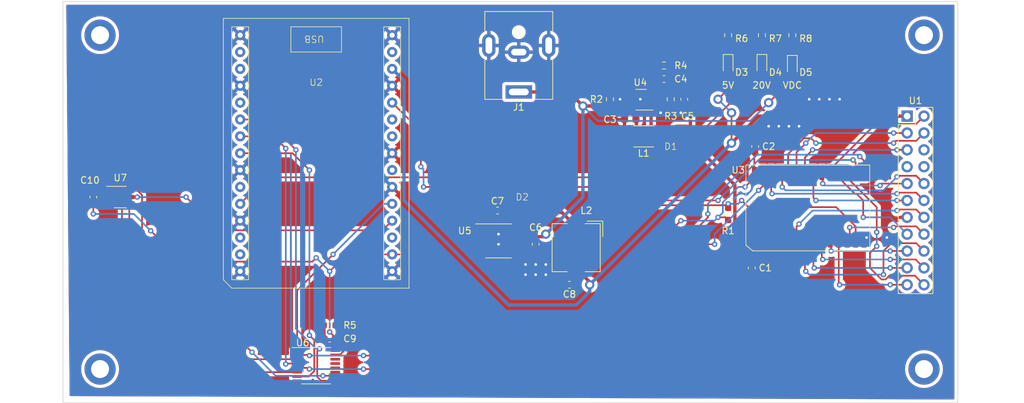
<source format=kicad_pcb>
(kicad_pcb (version 20221018) (generator pcbnew)

  (general
    (thickness 1.6)
  )

  (paper "A4")
  (layers
    (0 "F.Cu" signal)
    (31 "B.Cu" signal)
    (32 "B.Adhes" user "B.Adhesive")
    (33 "F.Adhes" user "F.Adhesive")
    (34 "B.Paste" user)
    (35 "F.Paste" user)
    (36 "B.SilkS" user "B.Silkscreen")
    (37 "F.SilkS" user "F.Silkscreen")
    (38 "B.Mask" user)
    (39 "F.Mask" user)
    (40 "Dwgs.User" user "User.Drawings")
    (41 "Cmts.User" user "User.Comments")
    (42 "Eco1.User" user "User.Eco1")
    (43 "Eco2.User" user "User.Eco2")
    (44 "Edge.Cuts" user)
    (45 "Margin" user)
    (46 "B.CrtYd" user "B.Courtyard")
    (47 "F.CrtYd" user "F.Courtyard")
    (48 "B.Fab" user)
    (49 "F.Fab" user)
    (50 "User.1" user)
    (51 "User.2" user)
    (52 "User.3" user)
    (53 "User.4" user)
    (54 "User.5" user)
    (55 "User.6" user)
    (56 "User.7" user)
    (57 "User.8" user)
    (58 "User.9" user)
  )

  (setup
    (pad_to_mask_clearance 0)
    (pcbplotparams
      (layerselection 0x00010fc_ffffffff)
      (plot_on_all_layers_selection 0x0000000_00000000)
      (disableapertmacros false)
      (usegerberextensions false)
      (usegerberattributes true)
      (usegerberadvancedattributes true)
      (creategerberjobfile true)
      (dashed_line_dash_ratio 12.000000)
      (dashed_line_gap_ratio 3.000000)
      (svgprecision 4)
      (plotframeref false)
      (viasonmask false)
      (mode 1)
      (useauxorigin false)
      (hpglpennumber 1)
      (hpglpenspeed 20)
      (hpglpendiameter 15.000000)
      (dxfpolygonmode true)
      (dxfimperialunits true)
      (dxfusepcbnewfont true)
      (psnegative false)
      (psa4output false)
      (plotreference true)
      (plotvalue true)
      (plotinvisibletext false)
      (sketchpadsonfab false)
      (subtractmaskfromsilk false)
      (outputformat 1)
      (mirror false)
      (drillshape 1)
      (scaleselection 1)
      (outputdirectory "")
    )
  )

  (net 0 "")
  (net 1 "+24V")
  (net 2 "GND")
  (net 3 "+3V3")
  (net 4 "VDC")
  (net 5 "Net-(U4-FB)")
  (net 6 "Net-(U5-CB)")
  (net 7 "Net-(D2-K)")
  (net 8 "+5V")
  (net 9 "Net-(D1-A)")
  (net 10 "/BLANK")
  (net 11 "Net-(U4-EN)")
  (net 12 "Net-(U6-EN)")
  (net 13 "/DOT")
  (net 14 "/D")
  (net 15 "/C")
  (net 16 "/E")
  (net 17 "unconnected-(U1-NC-Pad6)")
  (net 18 "unconnected-(U1-NC-Pad7)")
  (net 19 "unconnected-(U1-NC-Pad8)")
  (net 20 "/G")
  (net 21 "/B")
  (net 22 "/F")
  (net 23 "/A")
  (net 24 "/GRID8")
  (net 25 "/GRID0")
  (net 26 "/GRID2")
  (net 27 "/GRID4")
  (net 28 "/GRID7")
  (net 29 "/GRID6")
  (net 30 "/GRID5")
  (net 31 "/GRID3")
  (net 32 "/GRID1")
  (net 33 "unconnected-(U2-RST-Pad4)")
  (net 34 "unconnected-(U2-GPIO4,ADC1_CH4,FSPIHD,MTMS-Pad6)")
  (net 35 "/SPI_MISO")
  (net 36 "/SPI_SCLK")
  (net 37 "/SPI_MOSI")
  (net 38 "unconnected-(U2-GPIO8,RGB-Pad11)")
  (net 39 "/LATCH")
  (net 40 "unconnected-(U2-GPIO0,ADC1_CH0,XTAL_32K_P-Pad17)")
  (net 41 "unconnected-(U2-GPIO1,ADC1_CH1,XTAL_32K_N-Pad18)")
  (net 42 "/TMP_CS")
  (net 43 "Net-(U2-GPIO3,ADC1_CH3)")
  (net 44 "unconnected-(U2-GPIO20,U0RXD,RX-Pad24)")
  (net 45 "unconnected-(U2-GPIO21,U0TXD,TX-Pad25)")
  (net 46 "unconnected-(U2-GPIO18-Pad27)")
  (net 47 "unconnected-(U2-GPIO19-Pad28)")
  (net 48 "unconnected-(U3-DOUT-Pad2)")
  (net 49 "unconnected-(U3-OUT19-Pad3)")
  (net 50 "unconnected-(U3-OUT18-Pad4)")
  (net 51 "unconnected-(U3-OUT17-Pad5)")
  (net 52 "/SPI_A_SCLK")
  (net 53 "/SPI_A_MOSI")
  (net 54 "unconnected-(U5-SS-Pad2)")
  (net 55 "unconnected-(U5-SYNC-Pad3)")
  (net 56 "unconnected-(U5-ON{slash}~{OFF}-Pad5)")
  (net 57 "/SPI_B_SCLK")
  (net 58 "/SPI_B_MOSI")
  (net 59 "/SPI_B_MISO")
  (net 60 "unconnected-(U6-S3A-Pad11)")
  (net 61 "unconnected-(U6-D4-Pad12)")
  (net 62 "unconnected-(U6-S4B-Pad13)")
  (net 63 "unconnected-(U6-S4A-Pad14)")
  (net 64 "Net-(D3-K)")
  (net 65 "Net-(D4-K)")
  (net 66 "Net-(D5-K)")

  (footprint "Resistor_SMD:R_0603_1608Metric_Pad0.98x0.95mm_HandSolder" (layer "F.Cu") (at 106.68 49.784 90))

  (footprint "Capacitor_SMD:C_0603_1608Metric_Pad1.08x0.95mm_HandSolder" (layer "F.Cu") (at 19.812 64.516 -90))

  (footprint "Package_SO:SOIC-8_3.9x4.9mm_P1.27mm" (layer "F.Cu") (at 80.772 71.12))

  (footprint "Capacitor_SMD:C_0603_1608Metric_Pad1.08x0.95mm_HandSolder" (layer "F.Cu") (at 80.6185 66.548))

  (footprint "Capacitor_SMD:C_0603_1608Metric_Pad1.08x0.95mm_HandSolder" (layer "F.Cu") (at 105.664 46.736))

  (footprint "Capacitor_SMD:C_0603_1608Metric_Pad1.08x0.95mm_HandSolder" (layer "F.Cu") (at 86.36 71.628 -90))

  (footprint "Capacitor_SMD:C_0603_1608Metric_Pad1.08x0.95mm_HandSolder" (layer "F.Cu") (at 118.872 75.184 -90))

  (footprint "MountingHole:MountingHole_2.7mm_M2.5_DIN965_Pad" (layer "F.Cu") (at 144.78 90.424))

  (footprint "Capacitor_SMD:C_0603_1608Metric_Pad1.08x0.95mm_HandSolder" (layer "F.Cu") (at 91.44 77.724 180))

  (footprint "esp-clock:esp32c3_devkit_minim1" (layer "F.Cu") (at 53.34 57.912 90))

  (footprint "Resistor_SMD:R_0603_1608Metric_Pad0.98x0.95mm_HandSolder" (layer "F.Cu") (at 120.396 40.132 -90))

  (footprint "Package_TO_SOT_SMD:SOT-23-6_Handsoldering" (layer "F.Cu") (at 23.876 64.516))

  (footprint "Inductor_SMD:L_Taiyo-Yuden_MD-3030" (layer "F.Cu") (at 102.616 55.372))

  (footprint "Package_TO_SOT_SMD:SOT-23-5" (layer "F.Cu") (at 102.2295 49.85 180))

  (footprint "Capacitor_SMD:C_0603_1608Metric_Pad1.08x0.95mm_HandSolder" (layer "F.Cu") (at 55.372 85.852 180))

  (footprint "Resistor_SMD:R_0603_1608Metric_Pad0.98x0.95mm_HandSolder" (layer "F.Cu") (at 115.316 67.056 -90))

  (footprint "Capacitor_SMD:C_0603_1608Metric_Pad1.08x0.95mm_HandSolder" (layer "F.Cu") (at 119.38 56.896 90))

  (footprint "LED_SMD:LED_0603_1608Metric_Pad1.05x0.95mm_HandSolder" (layer "F.Cu") (at 124.968 44.845 -90))

  (footprint "Capacitor_SMD:C_0603_1608Metric_Pad1.08x0.95mm_HandSolder" (layer "F.Cu") (at 100.584 52.832 180))

  (footprint "Connector_PinHeader_2.54mm:PinHeader_2x11_P2.54mm_Vertical" (layer "F.Cu") (at 142.24 52.324))

  (footprint "Resistor_SMD:R_0603_1608Metric_Pad0.98x0.95mm_HandSolder" (layer "F.Cu") (at 124.968 40.132 -90))

  (footprint "esp-clock:D_DO216AA" (layer "F.Cu") (at 86.36 64.2925 90))

  (footprint "Resistor_SMD:R_0603_1608Metric_Pad0.98x0.95mm_HandSolder" (layer "F.Cu") (at 97.536 49.784 90))

  (footprint "LED_SMD:LED_0603_1608Metric_Pad1.05x0.95mm_HandSolder" (layer "F.Cu") (at 120.396 44.704 -90))

  (footprint "LED_SMD:LED_0603_1608Metric_Pad1.05x0.95mm_HandSolder" (layer "F.Cu") (at 115.316 44.704 -90))

  (footprint "esp-clock:WSO-28" (layer "F.Cu") (at 127.508 66.04))

  (footprint "Inductor_SMD:L_TDK_SLF7045" (layer "F.Cu") (at 92.456 72.136 -90))

  (footprint "Resistor_SMD:R_0603_1608Metric_Pad0.98x0.95mm_HandSolder" (layer "F.Cu") (at 105.664 44.704 180))

  (footprint "Capacitor_SMD:C_0603_1608Metric_Pad1.08x0.95mm_HandSolder" (layer "F.Cu") (at 108.712 49.784 90))

  (footprint "MountingHole:MountingHole_2.7mm_M2.5_DIN965_Pad" (layer "F.Cu") (at 20.828 90.424))

  (footprint "esp-clock:D_DO216AA" (layer "F.Cu") (at 105.9485 54.864 180))

  (footprint "MountingHole:MountingHole_2.7mm_M2.5_DIN965_Pad" (layer "F.Cu") (at 144.78 40.132))

  (footprint "Connector_BarrelJack:BarrelJack_CUI_PJ-063AH_Horizontal" (layer "F.Cu") (at 83.82 48.68 180))

  (footprint "MountingHole:MountingHole_2.7mm_M2.5_DIN965_Pad" (layer "F.Cu") (at 20.828 40.132))

  (footprint "Package_SO:TSSOP-16_4.4x5mm_P0.65mm" (layer "F.Cu") (at 53.34 89.916))

  (footprint "Resistor_SMD:R_0603_1608Metric_Pad0.98x0.95mm_HandSolder" (layer "F.Cu") (at 115.316 40.132 -90))

  (footprint "Resistor_SMD:R_0603_1608Metric_Pad0.98x0.95mm_HandSolder" (layer "F.Cu") (at 55.372 83.82 180))

  (gr_rect (start 15.24 35.052) (end 149.86 95.504)
    (stroke (width 0.1) (type default)) (fill none) (layer "Edge.Cuts") (tstamp 61fe6ac8-2578-4a6a-a37c-f1c2c899773a))
  (gr_text "5V" (at 114.3 48.26) (layer "F.SilkS") (tstamp 1d916d4b-17a3-4e79-87e6-f8c59b55a126)
    (effects (font (size 1 1) (thickness 0.15)) (justify left bottom))
  )
  (gr_text "VDC" (at 123.444 48.26) (layer "F.SilkS") (tstamp 305fca97-54bf-4e4e-8135-8b30ea50425d)
    (effects (font (size 1 1) (thickness 0.15)) (justify left bottom))
  )
  (gr_text "20V" (at 118.872 48.26) (layer "F.SilkS") (tstamp 5fcec353-3954-49ef-b82d-dc595060757c)
    (effects (font (size 1 1) (thickness 0.15)) (justify left bottom))
  )

  (segment (start 108.712 48.9215) (end 106.73 48.9215) (width 0.5) (layer "F.Cu") (net 1) (tstamp 08cd0294-855e-4dc0-b2b7-3a62eb214276))
  (segment (start 108.712 48.9215) (end 109.637 49.8465) (width 0.5) (layer "F.Cu") (net 1) (tstamp 0aec06c9-7969-4fd6-a78c-ec78750bf606))
  (segment (start 116.332 73.152) (end 117.5015 74.3215) (width 0.5) (layer "F.Cu") (net 1) (tstamp 0ce19c35-1e6c-43d6-8f33-bb400d27cb33))
  (segment (start 118.872 74.3215) (end 118.872 71.501) (width 0.5) (layer "F.Cu") (net 1) (tstamp 16355e81-0d1d-4d06-aea5-e9f4a8dd86d1))
  (segment (start 109.637 49.8465) (end 109.637 53.7155) (width 0.5) (layer "F.Cu") (net 1) (tstamp 2db96dc3-42a5-43d4-b4d3-c3c6a286d532))
  (segment (start 117.5015 74.3215) (end 118.872 74.3215) (width 0.5) (layer "F.Cu") (net 1) (tstamp 4d57dc34-4fb8-4d1a-9745-7af5d02cd95d))
  (segment (start 108.3035 54.864) (end 111.111 54.864) (width 0.25) (layer "F.Cu") (net 1) (tstamp 56688d8a-fd69-4aac-bace-962898ce42e5))
  (segment (start 109.637 53.7155) (end 108.4885 54.864) (width 0.5) (layer "F.Cu") (net 1) (tstamp 791ea23a-6a4c-4aa6-8b3a-415b5d975274))
  (segment (start 106.68 48.8715) (end 106.68 46.8895) (width 0.5) (layer "F.Cu") (net 1) (tstamp 80e6c99e-27bc-47da-bf62-9e6f33e294c1))
  (segment (start 118.872 71.501) (end 119.253 71.12) (width 0.5) (layer "F.Cu") (net 1) (tstamp 9e79c359-a5d8-490f-8334-fdee3a57cc3d))
  (segment (start 111.111 54.864) (end 120.396 45.579) (width 0.25) (layer "F.Cu") (net 1) (tstamp a6a771b4-348b-47cf-b8ec-bf433b445165))
  (segment (start 116.332 62.7075) (end 116.332 73.152) (width 0.5) (layer "F.Cu") (net 1) (tstamp bb7e7a3d-dde5-455c-889e-4a572e5dd010))
  (segment (start 106.68 46.8895) (end 106.5265 46.736) (width 0.5) (layer "F.Cu") (net 1) (tstamp eb9239ff-5992-4932-8cbc-4f607d9a3a78))
  (segment (start 106.73 48.9215) (end 106.68 48.8715) (width 0.5) (layer "F.Cu") (net 1) (tstamp f20a0b7a-889f-44b3-b12d-b3eac0fc5df3))
  (segment (start 108.4885 54.864) (end 116.332 62.7075) (width 0.5) (layer "F.Cu") (net 1) (tstamp fee549a5-1219-4a8b-a762-8509b3c7b485))
  (segment (start 108.204 51.816) (end 108.712 51.308) (width 0.5) (layer "F.Cu") (net 2) (tstamp 2f6ad461-f2ad-4df1-bc0a-bb1078fb9c24))
  (segment (start 108.712 51.308) (end 108.712 50.6465) (width 0.5) (layer "F.Cu") (net 2) (tstamp a7871518-2d89-4488-84f0-07bf23d01b8b))
  (segment (start 54.5095 85.852) (end 54.5095 83.87) (width 0.5) (layer "F.Cu") (net 2) (tstamp b7d89fa5-dacf-43c4-a267-002220b68b3f))
  (segment (start 54.5095 83.87) (end 54.4595 83.82) (width 0.5) (layer "F.Cu") (net 2) (tstamp c29b56dc-57c8-409e-8c83-0adbc2b570f9))
  (via (at 136.144 70.612) (size 0.8) (drill 0.4) (layers "F.Cu" "B.Cu") (free) (net 2) (tstamp 01e89786-26ac-4709-af3c-3c33b1575b4f))
  (via (at 125.984 53.848) (size 0.8) (drill 0.4) (layers "F.Cu" "B.Cu") (free) (net 2) (tstamp 19f12309-78b9-4b5b-8b0e-bc97d008fc2c))
  (via (at 129.032 49.784) (size 0.8) (drill 0.4) (layers "F.Cu" "B.Cu") (free) (net 2) (tstamp 2a56e347-54dd-486c-95ab-ee4b69875260))
  (via (at 105.156 51.816) (size 0.8) (drill 0.4) (layers "F.Cu" "B.Cu") (free) (net 2) (tstamp 3a6c8ada-d8f7-4c54-84df-80e832f165a4))
  (via (at 122.936 53.848) (size 0.8) (drill 0.4) (layers "F.Cu" "B.Cu") (free) (net 2) (tstamp 3b84baeb-4939-402a-ac06-872ab47d9ec4))
  (via (at 84.836 76.2) (size 0.8) (drill 0.4) (layers "F.Cu" "B.Cu") (free) (net 2) (tstamp 48bfbfd4-f76f-42bb-ad4a-f6ea70726a76))
  (via (at 139.192 70.612) (size 0.8) (drill 0.4) (layers "F.Cu" "B.Cu") (free) (net 2) (tstamp 4ecaf62c-2722-4a3a-ae2f-325055aa7788))
  (via (at 87.884 74.676) (size 0.8) (drill 0.4) (layers "F.Cu" "B.Cu") (free) (net 2) (tstamp 6c648a35-0ac8-491c-b5fa-4944face1fe8))
  (via (at 99.06 49.784) (size 0.8) (drill 0.4) (layers "F.Cu" "B.Cu") (free) (net 2) (tstamp 6faee457-5dc2-424f-a40b-4dfdea54648e))
  (via (at 132.08 49.784) (size 0.8) (drill 0.4) (layers "F.Cu" "B.Cu") (free) (net 2) (tstamp 76ce8437-28ec-4d0f-8e91-2c3ce84154b0))
  (via (at 121.412 53.848) (size 0.8) (drill 0.4) (layers "F.Cu" "B.Cu") (free) (net 2) (tstamp 7d5789a8-7e44-47bd-b425-b4ce542de80a))
  (via (at 130.556 49.784) (size 0.8) (drill 0.4) (layers "F.Cu" "B.Cu") (free) (net 2) (tstamp 80e67168-56e7-4a9f-990e-c2f38c45fa5e))
  (via (at 86.36 74.676) (size 0.8) (drill 0.4) (layers "F.Cu" "B.Cu") (free) (net 2) (tstamp 951e428f-e8ce-4dae-a646-4740e359f0e8))
  (via (at 102.108 49.784) (size 0.8) (drill 0.4) (layers "F.Cu" "B.Cu") (free) (net 2) (tstamp 96bdcade-d79e-4bf3-946f-21f5d2da310f))
  (via (at 127.508 49.784) (size 0.8) (drill 0.4) (layers "F.Cu" "B.Cu") (free) (net 2) (tstamp 97628f1f-039a-4de0-8cde-e6a1175b5478))
  (via (at 86.36 76.2) (size 0.8) (drill 0.4) (layers "F.Cu" "B.Cu") (free) (net 2) (tstamp af198a08-e6f8-47ca-9fd0-c11439f9b6ae))
  (via (at 80.772 71.628) (size 0.8) (drill 0.4) (layers "F.Cu" "B.Cu") (free) (net 2) (tstamp b1296a87-cd64-4b79-81b5-4b8e723ea904))
  (via (at 124.46 53.848) (size 0.8) (drill 0.4) (layers "F.Cu" "B.Cu") (free) (net 2) (tstamp b9537aa7-669c-45e2-97a4-737bad3a192c))
  (via (at 84.836 74.676) (size 0.8) (drill 0.4) (layers "F.Cu" "B.Cu") (free) (net 2) (tstamp bf7ec9d4-9848-441b-9282-74ea2c766541))
  (via (at 108.204 51.816) (size 0.8) (drill 0.4) (layers "F.Cu" "B.Cu") (net 2) (tstamp cd130ad8-8fe4-4f86-ada1-8592338f8c01))
  (via (at 80.772 70.104) (size 0.8) (drill 0.4) (layers "F.Cu" "B.Cu") (free) (net 2) (tstamp df065c87-44d2-40ca-872c-dd1d486d8fd4))
  (via (at 87.884 76.2) (size 0.8) (drill 0.4) (layers "F.Cu" "B.Cu") (free) (net 2) (tstamp f4b213f4-9dd0-4bdf-aa71-30c50529afaa))
  (segment (start 56.2345 87.609) (end 56.2025 87.641) (width 0.25) (layer "F.Cu") (net 3) (tstamp 1cf32c1f-a0b6-4be2-a1d6-6d5826cf8720))
  (segment (start 113.792 67.564) (end 114.9115 67.564) (width 0.25) (layer "F.Cu") (net 3) (tstamp 38c61085-fe65-4048-a59c-bbac454c3c60))
  (segment (start 119.253 57.8855) (end 119.253 60.96) (width 0.25) (layer "F.Cu") (net 3) (tstamp 3a9a4e42-c3b3-40af-a502-1822752652f5))
  (segment (start 64.77 73.152) (end 72.644 73.152) (width 0.25) (layer "F.Cu") (net 3) (tstamp 3f52bf6a-6af9-469c-b74e-711e51f89893))
  (segment (start 119.253 60.96) (end 119.253 61.595) (width 0.25) (layer "F.Cu") (net 3) (tstamp 4324012a-0ac1-42dd-a7b6-0dc613d09329))
  (segment (start 56.2345 85.852) (end 56.2345 85.6985) (width 0.25) (layer "F.Cu") (net 3) (tstamp 4dc48d48-7e35-4ba0-9842-646df072fc57))
  (segment (start 55.372 75.692) (end 57.912 73.152) (width 0.25) (layer "F.Cu") (net 3) (tstamp 553d6904-dde0-464b-9ded-f554a8a5382e))
  (segment (start 57.912 73.152) (end 64.77 73.152) (width 0.25) (layer "F.Cu") (net 3) (tstamp 5e317b41-9550-4028-be9a-5b0579cbcf74))
  (segment (start 19.812 65.3785) (end 19.8995 65.466) (width 0.25) (layer "F.Cu") (net 3) (tstamp 6113ab0a-a699-4867-8e29-6cad64ea8255))
  (segment (start 119.253 61.595) (end 117.856 62.992) (width 0.25) (layer "F.Cu") (net 3) (tstamp 6501e76a-88cd-4923-bf0e-09fad6eecf09))
  (segment (start 56.2345 85.852) (end 56.2345 87.609) (width 0.25) (layer "F.Cu") (net 3) (tstamp 7e93ae2c-80b7-4d2f-a7b1-420e5d41699f))
  (segment (start 81.788 82.296) (end 93.98 82.296) (width 0.25) (layer "F.Cu") (net 3) (tstamp 7f8ca806-2407-4281-8143-05990a65d867))
  (segment (start 114.9115 67.564) (end 115.316 67.9685) (width 0.25) (layer "F.Cu") (net 3) (tstamp 99aa517e-51bc-43a2-9077-117abb36dc29))
  (segment (start 53.34 73.66) (end 52.761 74.239) (width 0.25) (layer "F.Cu") (net 3) (tstamp 9f9d5e18-5209-4271-8651-82782679ea7b))
  (segment (start 93.98 82.296) (end 108.204 68.072) (width 0.25) (layer "F.Cu") (net 3) (tstamp b03d59df-ebc7-4e00-bb8a-b018d7fc2aa7))
  (segment (start 33.091 74.239) (end 28.448 69.596) (width 0.25) (layer "F.Cu") (net 3) (tstamp b591cf44-ac7f-46d3-87c6-22ca50010e26))
  (segment (start 56.2345 85.6985) (end 55.372 84.836) (width 0.25) (layer "F.Cu") (net 3) (tstamp b6d03706-7dbe-4fe2-b326-0da86be405f8))
  (segment (start 119.38 57.7585) (end 119.253 57.8855) (width 0.25) (layer "F.Cu") (net 3) (tstamp c039d406-2e67-40d2-aa02-8585516a4122))
  (segment (start 19.8995 65.466) (end 22.526 65.466) (width 0.25) (layer "F.Cu") (net 3) (tstamp cad70fb2-1c7c-463d-8bff-94fd8d1dc80a))
  (segment (start 19.812 67.056) (end 19.812 65.3785) (width 0.25) (layer "F.Cu") (net 3) (tstamp d6d7bb09-43a3-4759-8824-f84d54edaff6))
  (segment (start 72.644 73.152) (end 81.788 82.296) (width 0.25) (layer "F.Cu") (net 3) (tstamp dacd1b94-3b8f-49c2-80ba-246cc387b640))
  (segment (start 52.761 74.239) (end 33.091 74.239) (width 0.25) (layer "F.Cu") (net 3) (tstamp ea2924ff-2604-4126-a28d-65b1e02ee519))
  (via (at 19.812 67.056) (size 0.8) (drill 0.4) (layers "F.Cu" "B.Cu") (net 3) (tstamp 3bce4c4a-193b-4ee0-b5e9-fccf3bc1080f))
  (via (at 55.372 84.836) (size 0.8) (drill 0.4) (layers "F.Cu" "B.Cu") (net 3) (tstamp 74d5858e-50d9-4b55-93cc-47ef24bd839d))
  (via (at 55.372 75.692) (size 0.8) (drill 0.4) (layers "F.Cu" "B.Cu") (net 3) (tstamp 76c6748b-3b93-4298-8f36-41d480c15bfe))
  (via (at 53.34 73.66) (size 0.8) (drill 0.4) (layers "F.Cu" "B.Cu") (net 3) (tstamp b64a187b-0b17-4693-b58e-7f791ae69416))
  (via (at 113.792 67.564) (size 0.8) (drill 0.4) (layers "F.Cu" "B.Cu") (net 3) (tstamp b9f9fe03-cf8f-426c-ba1d-6d9dea3fe433))
  (via (at 117.856 62.992) (size 0.8) (drill 0.4) (layers "F.Cu" "B.Cu") (net 3) (tstamp bb125702-96e7-4828-8294-3a9d1e32f599))
  (via (at 28.448 69.596) (size 0.8) (drill 0.4) (layers "F.Cu" "B.Cu") (net 3) (tstamp dd5a0366-8674-4280-a02f-e63f413dac22))
  (via (at 108.204 68.072) (size 0.8) (drill 0.4) (layers "F.Cu" "B.Cu") (net 3) (tstamp f1fbbcdc-9feb-4ced-86b9-0e819bddc5d1))
  (segment (start 113.284 68.072) (end 113.792 67.564) (width 0.25) (layer "B.Cu") (net 3) (tstamp 158cf1c6-2785-4ec9-ab9d-1a5624e62d48))
  (segment (start 114.517 66.839) (end 113.792 67.564) (width 0.25) (layer "B.Cu") (net 3) (tstamp 2354630e-065d-4168-b931-369150434b73))
  (segment (start 114.517 65.305695) (end 114.517 66.839) (width 0.25) (layer "B.Cu") (net 3) (tstamp 3426158d-3bb0-4c8a-8d94-e5471af20fa8))
  (segment (start 117.856 62.992) (end 116.830695 62.992) (width 0.25) (layer "B.Cu") (net 3) (tstamp 3be5f0ab-d478-4830-813c-a3907db86c03))
  (segment (start 108.204 68.072) (end 113.284 68.072) (width 0.25) (layer "B.Cu") (net 3) (tstamp 6a8bcf7d-a491-4088-846f-59898341e92f))
  (segment (start 116.830695 62.992) (end 114.517 65.305695) (width 0.25) (layer "B.Cu") (net 3) (tstamp 76062577-2283-46e1-9db1-92aa3de128d3))
  (segment (start 25.908 67.056) (end 19.812 67.056) (width 0.25) (layer "B.Cu") (net 3) (tstamp b447a80e-6ff5-4361-aa97-5fdc5fa3487c))
  (segment (start 28.448 69.596) (end 25.908 67.056) (width 0.25) (layer "B.Cu") (net 3) (tstamp dd0bc76e-896a-48ed-8fa5-733f971307b7))
  (segment (start 55.372 75.692) (end 53.34 73.66) (width 0.25) (layer "B.Cu") (net 3) (tstamp e0836387-5aec-4cb6-bb30-22179930b198))
  (segment (start 55.372 84.836) (end 55.372 75.692) (width 0.25) (layer "B.Cu") (net 3) (tstamp f96364e6-5b83-4cc2-8ed2-d1398feac90f))
  (segment (start 93.472 50.8) (end 101.092 50.8) (width 0.5) (layer "F.Cu") (net 4) (tstamp 01fab1af-769a-4470-97ed-fa74888d3c26))
  (segment (start 83.247 70.485) (end 87.503 70.485) (width 0.5) (layer "F.Cu") (net 4) (tstamp 1117c4ab-2981-47db-804a-b5f79f2114b5))
  (segment (start 87.503 70.485) (end 87.884 70.104) (width 0.5) (layer "F.Cu") (net 4) (tstamp 31df85e6-fdc8-4780-8cea-f6dcea34f83b))
  (segment (start 124.968 46.736) (end 124.968 45.72) (width 0.25) (layer "F.Cu") (net 4) (tstamp 3a166cfe-4cd5-41bf-a241-e8b0035c22d1))
  (segment (start 91.352 48.68) (end 93.472 50.8) (width 0.5) (layer "F.Cu") (net 4) (tstamp 66e37d97-9c19-41bf-9d52-eb52a1606dfc))
  (segment (start 101.516 51.224) (end 101.516 51.816) (width 0.5) (layer "F.Cu") (net 4) (tstamp 704c3a92-5bc2-4a7f-83de-3f15a3320b72))
  (segment (start 121.412 50.292) (end 124.968 46.736) (width 0.25) (layer "F.Cu") (net 4) (tstamp 71df9208-0294-4c7c-8f01-e82d943ba7f8))
  (segment (start 101.092 50.8) (end 101.516 51.224) (width 0.5) (layer "F.Cu") (net 4) (tstamp 7a68183d-2db3-434c-9d86-79d411552684))
  (segment (start 101.516 54.864) (end 101.516 51.816) (width 0.25) (layer "F.Cu") (net 4) (tstamp 7b323cf6-70ec-4cfe-aed9-3e7df744ddd8))
  (segment (start 101.092 50.8) (end 97.6395 50.8) (width 0.25) (layer "F.Cu") (net 4) (tstamp c5d78676-225f-40b8-a946-343b7042c7b1))
  (segment (start 97.6395 50.8) (end 97.536 50.6965) (width 0.25) (layer "F.Cu") (net 4) (tstamp c885b8fd-2f62-40fd-894f-4eab1ce56ef8))
  (segment (start 83.82 48.68) (end 91.352 48.68) (width 0.5) (layer "F.Cu") (net 4) (tstamp cfa59a98-ed62-4006-9cba-f64c830e5339))
  (segment (start 101.516 51.816) (end 101.516 55.372) (width 0.5) (layer "F.Cu") (net 4) (tstamp d27edfb3-0239-4595-874a-6915b27c9204))
  (via (at 121.412 50.292) (size 1.4) (drill 0.8) (layers "F.Cu" "B.Cu") (net 4) (tstamp d2af1a6d-6d0a-4a52-aec5-c46368770d60))
  (via (at 93.472 50.8) (size 1.4) (drill 0.8) (layers "F.Cu" "B.Cu") (net 4) (tstamp f207d508-e553-4723-8ae3-e1fd8c2843b1))
  (via (at 87.884 70.104) (size 1.4) (drill 0.8) (layers "F.Cu" "B.Cu") (net 4) (tstamp fc9753c9-4eb9-4985-b6de-95e752939fee))
  (segment (start 87.884 70.104) (end 93.472 64.516) (width 0.5) (layer "B.Cu") (net 4) (tstamp 29e55ebe-3ce8-445c-9d66-57c322e6603b))
  (segment (start 93.472 64.516) (end 93.472 50.8) (width 0.5) (layer "B.Cu") (net 4) (tstamp 309cc248-a252-435b-b4f2-d0a1fd37b5de))
  (segment (start 95.721 53.049) (end 93.472 50.8) (width 0.25) (layer "B.Cu") (net 4) (tstamp 76e9e5c4-282c-4e53-a3de-bcf89ba21e99))
  (segment (start 121.412 50.292) (end 118.655 53.049) (width 0.25) (layer "B.Cu") (net 4) (tstamp c3ea2dc7-da52-4b17-91a5-2dfdd56ee689))
  (segment (start 118.655 53.049) (end 95.721 53.049) (width 0.25) (layer "B.Cu") (net 4) (tstamp d041b8e7-701d-42fb-bd0d-31337df784cc))
  (segment (start 104.8015 46.736) (end 104.8015 44.754) (width 0.25) (layer "F.Cu") (net 5) (tstamp 5e0b442f-0dc1-4743-bf66-dd3907be85ca))
  (segment (start 104.8015 44.754) (end 104.7515 44.704) (width 0.25) (layer "F.Cu") (net 5) (tstamp 657f8820-6173-46fd-8976-8e7eb2dde0d9))
  (segment (start 103.367 48.9) (end 103.367 48.1705) (width 0.25) (layer "F.Cu") (net 5) (tstamp 8f51a2c2-1f2d-447e-8757-0d904a4151cd))
  (segment (start 104.8835 48.9) (end 106.68 50.6965) (width 0.25) (layer "F.Cu") (net 5) (tstamp 9a5160ab-7c5a-448e-98b7-419a73d0dd53))
  (segment (start 103.367 48.1705) (end 104.8015 46.736) (width 0.25) (layer "F.Cu") (net 5) (tstamp f99ad937-e4ee-485a-8937-a87b9fa1d89e))
  (segment (start 103.367 48.9) (end 104.8835 48.9) (width 0.25) (layer "F.Cu") (net 5) (tstamp fe818905-e8ca-4325-9283-cce69ea96016))
  (segment (start 79.756 66.548) (end 78.297 68.007) (width 0.5) (layer "F.Cu") (net 6) (tstamp b72b81b6-f0ec-4a95-88b7-a6a3c8fbf51e))
  (segment (start 78.297 69.215) (end 78.297 68.007) (width 0.5) (layer "F.Cu") (net 6) (tstamp bb451933-f24d-44ce-bdec-cfcb31d30554))
  (segment (start 90.3025 66.8325) (end 86.36 66.8325) (width 0.5) (layer "F.Cu") (net 7) (tstamp 52f3c2ab-47a1-47c5-97cf-58f5590fd16c))
  (segment (start 83.247 68.314) (end 81.481 66.548) (width 0.5) (layer "F.Cu") (net 7) (tstamp 8b463de6-e2bb-4cdb-bc67-4f4d67a1c8f4))
  (segment (start 92.456 68.986) (end 90.3025 66.8325) (width 0.5) (layer "F.Cu") (net 7) (tstamp aeffe437-7583-4719-9c14-1d2ce5320d51))
  (segment (start 86.36 66.8325) (end 85.6295 66.8325) (width 0.5) (layer "F.Cu") (net 7) (tstamp decc2603-a030-4b60-9f9e-c750c1b05269))
  (segment (start 83.247 69.215) (end 83.247 68.314) (width 0.5) (layer "F.Cu") (net 7) (tstamp e8204bd4-e7a0-455b-be77-2ce585b9178c))
  (segment (start 85.6295 66.8325) (end 83.247 69.215) (width 0.5) (layer "F.Cu") (net 7) (tstamp e8eb2cb7-bbc0-4c5b-a66e-5fcb9c1d722f))
  (segment (start 84.012 78.74) (end 91.2865 78.74) (width 0.5) (layer "F.Cu") (net 8) (tstamp 057f0f19-27be-4ce0-ac84-6371aa151aec))
  (segment (start 94.488 77.724) (end 94.488 77.318) (width 0.5) (layer "F.Cu") (net 8) (tstamp 2b59e9a6-eb3e-425c-be1c-87e94222779b))
  (segment (start 119.888 52.324) (end 115.824 56.388) (width 0.5) (layer "F.Cu") (net 8) (tstamp 2c529a77-f7af-4e98-9d25-87a20206844b))
  (segment (start 115.316 45.579) (end 115.316 48.26) (width 0.25) (layer "F.Cu") (net 8) (tstamp 3211df8d-5ea6-40d8-b1a3-73c5d88fdab7))
  (segment (start 92.3025 75.4395) (end 92.456 75.286) (width 0.5) (layer "F.Cu") (net 8) (tstamp 85170230-1a90-4258-bf0e-8221de5e0328))
  (segment (start 115.824 51.816) (end 115.824 56.388) (width 0.25) (layer "F.Cu") (net 8) (tstamp 8e0f454a-ea27-432a-bbd8-b36d68e7465d))
  (segment (start 94.488 77.318) (end 92.456 75.286) (width 0.5) (layer "F.Cu") (net 8) (tstamp 91e1b540-ff51-4675-bb92-bf8bd2fae723))
  (segment (start 91.2865 78.74) (end 92.3025 77.724) (width 0.5) (layer "F.Cu") (net 8) (tstamp e740d2b3-3469-4024-978c-52bff16ee799))
  (segment (start 115.316 48.26) (end 113.792 49.784) (width 0.25) (layer "F.Cu") (net 8) (tstamp f1494bc1-f793-4f4b-bb2f-087ce49ee0f9))
  (segment (start 78.297 73.025) (end 84.012 78.74) (width 0.5) (layer "F.Cu") (net 8) (tstamp f1bc9631-53b1-4a5b-a155-5c38d947295f))
  (segment (start 92.3025 77.724) (end 92.3025 75.4395) (width 0.5) (layer "F.Cu") (net 8) (tstamp f3e13a2b-70bf-43f9-aa78-f66ebc7fba0d))
  (segment (start 142.24 52.324) (end 119.888 52.324) (width 0.5) (layer "F.Cu") (net 8) (tstamp fa264db0-aaf7-4060-84e7-5318174669d9))
  (via (at 115.824 56.388) (size 1.4) (drill 0.8) (layers "F.Cu" "B.Cu") (net 8) (tstamp 028ee95a-3b3e-4135-a1b4-2ac4a5269832))
  (via (at 94.488 77.724) (size 1.4) (drill 0.8) (layers "F.Cu" "B.Cu") (net 8) (tstamp 3c94e8a8-89fd-478a-b940-7c8faa5f5fec))
  (via (at 115.824 51.816) (size 1.4) (drill 0.8) (layers "F.Cu" "B.Cu") (net 8) (tstamp c281af62-c406-4b9d-8a35-871a87c71d8c))
  (via (at 113.792 49.784) (size 1.4) (drill 0.8) (layers "F.Cu" "B.Cu") (net 8) (tstamp c6a52e20-af16-4504-ad9c-eb1a4478dd0d))
  (segment (start 94.488 78.74) (end 94.488 77.724) (width 0.5) (layer "B.Cu") (net 8) (tstamp 217b4979-74e4-404e-8abf-f0f7729411a0))
  (segment (start 82.296 80.772) (end 92.456 80.772) (width 0.5) (layer "B.Cu") (net 8) (tstamp 41b54c2d-8175-4e58-b7ee-2ef72d9cba15))
  (segment (start 92.456 80.772) (end 94.488 78.74) (width 0.5) (layer "B.Cu") (net 8) (tstamp 7b4e54ad-4815-47de-93b1-dcde7f96ba97))
  (segment (start 66.548 65.024) (end 66.548 46.99) (width 0.5) (layer "B.Cu") (net 8) (tstamp bd2169c0-6f2e-4f6d-9e33-9b3759761da0))
  (segment (start 115.824 56.388) (end 94.488 77.724) (width 0.5) (layer "B.Cu") (net 8) (tstamp c3dfaef7-624a-45d1-b8b3-cfeb51b5e949))
  (segment (start 113.792 49.784) (end 115.824 51.816) (width 0.25) (layer "B.Cu") (net 8) (tstamp df9ddeda-be6b-4874-9377-e40cca79f813))
  (segment (start 66.548 65.024) (end 82.296 80.772) (width 0.5) (layer "B.Cu") (net 8) (tstamp e2c957a1-bf84-430d-a3ab-3a4ba5e1ef45))
  (segment (start 66.548 46.99) (end 64.77 45.212) (width 0.5) (layer "B.Cu") (net 8) (tstamp e4efbcca-b632-4464-bddf-a0ec4a9fb92d))
  (segment (start 103.716 51.149) (end 103.367 50.8) (width 0.5) (layer "F.Cu") (net 9) (tstamp 0d896985-e3a1-402f-af2b-7cca0a78e7a7))
  (segment (start 103.716 55.372) (end 103.716 54.864) (width 0.5) (layer "F.Cu") (net 9) (tstamp b440a636-b42d-4166-8d4a-0eed7407548b))
  (segment (start 103.716 54.864) (end 105.9485 54.864) (width 0.5) (layer "F.Cu") (net 9) (tstamp ba03e9e7-deee-4b25-a20a-9045d3f34a1c))
  (segment (start 103.716 51.149) (end 103.716 54.864) (width 0.25) (layer "F.Cu") (net 9) (tstamp c3df8aba-ef6d-4579-b486-70c7a0f330f9))
  (segment (start 103.716 55.372) (end 103.716 51.149) (width 0.5) (layer "F.Cu") (net 9) (tstamp ca7327d6-1f00-423f-b267-1d62c99c82bd))
  (segment (start 115.316 65.532) (end 115.099 65.749) (width 0.25) (layer "F.Cu") (net 10) (tstamp 055119a6-c8ef-47a3-be43-26f53541a662))
  (segment (start 69.088 59.944) (end 69.088 54.61) (width 0.25) (layer "F.Cu") (net 10) (tstamp 10481e3c-96dd-4a50-9fe9-fa2dd7ed1613))
  (segment (start 94.488 62.992) (end 69.4925 62.992) (width 0.25) (layer "F.Cu") (net 10) (tstamp 323bac95-ac66-44bf-94f1-b0f29aad2e6a))
  (segment (start 131.581305 66.04) (end 134.493 68.951695) (width 0.25) (layer "F.Cu") (net 10) (tstamp 5901fe26-ad04-495f-ac85-434ab541965c))
  (segment (start 97.245 65.749) (end 94.488 62.992) (width 0.25) (layer "F.Cu") (net 10) (tstamp 6804599f-ef38-4775-8f9c-83eef4035af0))
  (segment (start 134.493 68.951695) (end 134.493 71.12) (width 0.25) (layer "F.Cu") (net 10) (tstamp 70bf3bcf-5ff6-4c98-b9e7-a25ccf6319f6))
  (segment (start 118.364 66.04) (end 131.581305 66.04) (width 0.25) (layer "F.Cu") (net 10) (tstamp 8ac439d0-1c2f-4aa1-9d2e-b1b59acfaf24))
  (segment (start 117.343701 65.019701) (end 118.364 66.04) (width 0.25) (layer "F.Cu") (net 10) (tstamp ac8b2a72-b6be-4a19-a0a9-d554cba117ae))
  (segment (start 115.316 66.1435) (end 115.316 65.532) (width 0.25) (layer "F.Cu") (net 10) (tstamp b9c34740-b35a-4d9f-b8db-64c835f39180))
  (segment (start 115.099 65.749) (end 97.245 65.749) (width 0.25) (layer "F.Cu") (net 10) (tstamp cd6ab3aa-5816-47fe-8787-7619f9fbb2c5))
  (segment (start 69.088 54.61) (end 64.77 50.292) (width 0.25) (layer "F.Cu") (net 10) (tstamp e9c0fc77-2c4e-41e1-8be9-0e7a1cb1d042))
  (via (at 117.343701 65.019701) (size 0.8) (drill 0.4) (layers "F.Cu" "B.Cu") (net 10) (tstamp 41a53a4e-3cb4-4e07-a2fc-129bfd7c8633))
  (via (at 69.088 59.944) (size 0.8) (drill 0.4) (layers "F.Cu" "B.Cu") (net 10) (tstamp be2aa8cc-8808-494d-948e-7252507c5ac0))
  (via (at 69.4925 62.992) (size 0.8) (drill 0.4) (layers "F.Cu" "B.Cu") (net 10) (tstamp de5b6e74-9094-4750-8003-16f223746f56))
  (via (at 115.316 65.532) (size 0.8) (drill 0.4) (layers "F.Cu" "B.Cu") (net 10) (tstamp fd057498-9e31-4171-99df-b154ff595324))
  (segment (start 115.316 65.532) (end 116.831402 65.532) (width 0.25) (layer "B.Cu") (net 10) (tstamp 2767ee7d-46cc-4137-ad7f-c56f9bb26e33))
  (segment (start 69.4925 60.3485) (end 69.088 59.944) (width 0.25) (layer "B.Cu") (net 10) (tstamp a02b3990-639a-42dc-9d46-da6be825d58a))
  (segment (start 116.831402 65.532) (end 117.343701 65.019701) (width 0.25) (layer "B.Cu") (net 10) (tstamp b48feb0b-d049-48ed-8e60-7020054570db))
  (segment (start 69.4925 62.992) (end 69.4925 60.3485) (width 0.25) (layer "B.Cu") (net 10) (tstamp b9bb1aff-6790-45e5-82ea-0ba297293af0))
  (segment (start 97.5645 48.9) (end 97.536 48.8715) (width 0.25) (layer "F.Cu") (net 11) (tstamp 31be0d22-b623-4c11-8a99-236b97f39aeb))
  (segment (start 101.092 48.9) (end 97.5645 48.9) (width 0.25) (layer "F.Cu") (net 11) (tstamp fa754212-3ce6-4b4c-a7a6-1c50905bdeed))
  (segment (start 56.2025 88.291) (end 56.891041 88.291) (width 0.25) (layer "F.Cu") (net 12) (tstamp 132dd206-c71e-498c-b511-708af3c6d0f4))
  (segment (start 56.891041 88.291) (end 57.404 87.778041) (width 0.25) (layer "F.Cu") (net 12) (tstamp 38789f7e-613a-4677-897d-c001e5a78b30))
  (segment (start 57.404 87.778041) (end 57.404 84.9395) (width 0.25) (layer "F.Cu") (net 12) (tstamp 7de49e51-28f3-44b4-8110-cf5c024f2fb1))
  (segment (start 57.404 84.9395) (end 56.2845 83.82) (width 0.25) (layer "F.Cu") (net 12) (tstamp e2475064-a658-4bde-9843-3b31bfc127ea))
  (segment (start 144.78 52.324) (end 143.605 53.499) (width 0.25) (layer "F.Cu") (net 13) (tstamp 07d574bb-bd17-42db-97ca-f51a6eaa9d99))
  (segment (start 143.605 53.499) (end 137.504 53.499) (width 0.25) (layer "F.Cu") (net 13) (tstamp 26276fe3-767c-44bb-ab2f-51cc59d92b84))
  (segment (start 137.504 53.499) (end 130.683 60.32) (width 0.25) (layer "F.Cu") (net 13) (tstamp 9867a5f8-1754-4490-84a4-42c920c4f4d9))
  (segment (start 130.683 60.32) (end 130.683 60.96) (width 0.25) (layer "F.Cu") (net 13) (tstamp fba0c337-ea90-4ff0-8f06-28301e7cc279))
  (segment (start 125.603 57.785) (end 125.603 60.96) (width 0.25) (layer "F.Cu") (net 14) (tstamp c8a4a1f7-887a-45dd-bcba-b68c2e674faa))
  (segment (start 142.24 54.864) (end 140.208 54.864) (width 0.25) (layer "F.Cu") (net 14) (tstamp d7f16daa-c181-4b12-8bf4-13b65720c801))
  (segment (start 127 56.388) (end 125.603 57.785) (width 0.25) (layer "F.Cu") (net 14) (tstamp df4dbe0b-bda8-4223-9955-3ef1b19cdcef))
  (via (at 140.208 54.864) (size 0.8) (drill 0.4) (layers "F.Cu" "B.Cu") (net 14) (tstamp 1d80e5d0-f83a-42f1-be9a-284853fd69f2))
  (via (at 127 56.388) (size 0.8) (drill 0.4) (layers "F.Cu" "B.Cu") (net 14) (tstamp 7d9a2910-9f9d-468f-9ce7-ee14869292ae))
  (segment (start 140.208 54.864) (end 128.524 54.864) (width 0.25) (layer "B.Cu") (net 14) (tstamp 55e57fab-caec-44b2-8936-00d6118c3c88))
  (segment (start 128.524 54.864) (end 127 56.388) (width 0.25) (layer "B.Cu") (net 14) (tstamp a1cbd362-4999-41eb-aed5-fa7f08d487f1))
  (segment (start 127.799 55.663) (end 126.699695 55.663) (width 0.25) (layer "F.Cu") (net 15) (tstamp 036db0a5-7c7f-4446-bbee-888a6a4466d2))
  (segment (start 140.557 56.039) (end 140.208 56.388) (width 0.25) (layer "F.Cu") (net 15) (tstamp 062eeb49-31ee-41eb-bc11-04b32009116c))
  (segment (start 144.78 54.864) (end 143.605 56.039) (width 0.25) (layer "F.Cu") (net 15) (tstamp 412df009-769b-4c7a-bd14-9a52551c82b3))
  (segment (start 143.605 56.039) (end 140.557 56.039) (width 0.25) (layer "F.Cu") (net 15) (tstamp 5de6d87c-cc04-43b2-8ce4-e89f502ffa40))
  (segment (start 126.699695 55.663) (end 124.333 58.029695) (width 0.25) (layer "F.Cu") (net 15) (tstamp 83349e92-2233-4869-bf32-da6ef7015369))
  (segment (start 128.524 56.388) (end 127.799 55.663) (width 0.25) (layer "F.Cu") (net 15) (tstamp a36e10cb-a290-431f-b069-e2840e1c2226))
  (segment (start 124.333 58.029695) (end 124.333 60.96) (width 0.25) (layer "F.Cu") (net 15) (tstamp b64de8f0-292b-4115-a653-577bfddc677d))
  (via (at 128.524 56.388) (size 0.8) (drill 0.4) (layers "F.Cu" "B.Cu") (net 15) (tstamp 3aed2d26-9262-48f2-b027-639d2bff2d73))
  (via (at 140.208 56.388) (size 0.8) (drill 0.4) (layers "F.Cu" "B.Cu") (net 15) (tstamp 7253690f-79b2-48cc-a7fe-752fe9b26d4b))
  (segment (start 140.208 56.388) (end 128.524 56.388) (width 0.25) (layer "B.Cu") (net 15) (tstamp 6f88d7d9-71b3-4562-b42e-1a149ac9d449))
  (segment (start 126.873 58.547) (end 126.873 60.96) (width 0.25) (layer "F.Cu") (net 16) (tstamp 11bf5115-6f42-4ce9-b274-7011876c2a0e))
  (segment (start 142.24 57.404) (end 140.716 57.404) (width 0.25) (layer "F.Cu") (net 16) (tstamp 838c320b-4cef-45d2-ba0e-3f74377b2da9))
  (segment (start 128.016 57.404) (end 126.873 58.547) (width 0.25) (layer "F.Cu") (net 16) (tstamp 91d512f0-c4b3-44a7-a239-f9b48e7b84c7))
  (via (at 140.716 57.404) (size 0.8) (drill 0.4) (layers "F.Cu" "B.Cu") (net 16) (tstamp e9cc7018-7824-4a63-8ff9-fb28fe665361))
  (via (at 128.016 57.404) (size 0.8) (drill 0.4) (layers "F.Cu" "B.Cu") (net 16) (tstamp fb03bf71-4c3b-4f99-953f-3a0346724861))
  (segment (start 140.716 57.404) (end 128.016 57.404) (width 0.25) (layer "B.Cu") (net 16) (tstamp d1944997-3ca1-4ccd-805a-822dd46bf28d))
  (segment (start 142.24 62.484) (end 138.4675 62.484) (width 0.25) (layer "F.Cu") (net 20) (tstamp 3fa7971a-240d-4fa2-9af6-8c1cf97735e8))
  (segment (start 129.54 62.484) (end 129.54 61.087) (width 0.25) (layer "F.Cu") (net 20) (tstamp 9286aa50-8af9-45b2-9b02-bd8a4df10a48))
  (segment (start 138.4675 62.484) (end 138.176 62.7755) (width 0.25) (layer "F.Cu") (net 20) (tstamp a92c1780-3a89-40e9-8a33-3e24bb5aa8ab))
  (segment (start 129.54 61.087) (end 129.413 60.96) (width 0.25) (layer "F.Cu") (net 20) (tstamp ca07cc3a-61cd-4815-80ce-170d9996143a))
  (via (at 129.54 62.484) (size 0.8) (drill 0.4) (layers "F.Cu" "B.Cu") (net 20) (tstamp 6a172a68-6790-4bc9-a4c2-4f32c0f2b6c2))
  (via (at 138.176 62.7755) (size 0.8) (drill 0.4) (layers "F.Cu" "B.Cu") (net 20) (tstamp ae8e6026-72fc-4318-951f-0cee42c39eac))
  (segment (start 129.8315 62.7755) (end 129.54 62.484) (width 0.25) (layer "B.Cu") (net 20) (tstamp 1bfa818e-d736-4573-a5e2-052e93421420))
  (segment (start 138.176 62.7755) (end 129.8315 62.7755) (width 0.25) (layer "B.Cu") (net 20) (tstamp a5094a84-d5fa-4e00-9202-a1f3cd22f167))
  (segment (start 140.875 61.309) (end 140.716 61.468) (width 0.25) (layer "F.Cu") (net 21) (tstamp 18862b33-163d-4dee-b4f4-9db63421e51d))
  (segment (start 123.444 62.992) (end 123.444 61.341) (width 0.25) (layer "F.Cu") (net 21) (tstamp 653743ac-a2a8-4bbd-8f5a-6620b8a13dec))
  (segment (start 143.605 61.309) (end 140.875 61.309) (width 0.25) (layer "F.Cu") (net 21) (tstamp 795a1e0f-604f-4763-8e00-944153818c15))
  (segment (start 144.78 62.484) (end 143.605 61.309) (width 0.25) (layer "F.Cu") (net 21) (tstamp 7e60a838-eaea-482e-9a21-388b8a242780))
  (segment (start 123.444 61.341) (end 123.063 60.96) (width 0.25) (layer "F.Cu") (net 21) (tstamp 8df2568d-a1bc-4a3d-9b9f-1f32fd6e3dee))
  (via (at 140.716 61.468) (size 0.8) (drill 0.4) (layers "F.Cu" "B.Cu") (net 21) (tstamp 05367a86-f5ef-4daf-9fd5-1a4209b9010c))
  (via (at 123.444 62.992) (size 0.8) (drill 0.4) (layers "F.Cu" "B.Cu") (net 21) (tstamp 19c33ebe-8445-4ac3-b69c-9f4839ccc5da))
  (segment (start 138.684 63.5) (end 140.716 61.468) (width 0.25) (layer "B.Cu") (net 21) (tstamp 40319415-f64b-4df9-bc36-4067e7a27ceb))
  (segment (start 138.684 63.5) (end 123.952 63.5) (width 0.25) (layer "B.Cu") (net 21) (tstamp a8c238e7-bf71-4452-972a-39ea943931c7))
  (segment (start 123.952 63.5) (end 123.444 62.992) (width 0.25) (layer "B.Cu") (net 21) (tstamp d5917994-3a88-429c-b7e8-d3b4caebad1f))
  (segment (start 128.143 64.643) (end 128.143 60.96) (width 0.25) (layer "F.Cu") (net 22) (tstamp 248d7441-914e-4c76-8f87-22c5153ce279))
  (segment (start 128.524 65.024) (end 128.143 64.643) (width 0.25) (layer "F.Cu") (net 22) (tstamp 578365ed-ff22-4bab-92f0-5699bf97586c))
  (segment (start 142.24 65.024) (end 140.716 65.024) (width 0.25) (layer "F.Cu") (net 22) (tstamp 6493db97-971f-4cc4-a1c8-80b2a8b065be))
  (via (at 128.524 65.024) (size 0.8) (drill 0.4) (layers "F.Cu" "B.Cu") (net 22) (tstamp 7dc25fcf-7531-4972-8512-131fed8e04f7))
  (via (at 140.716 65.024) (size 0.8) (drill 0.4) (layers "F.Cu" "B.Cu") (net 22) (tstamp a09c91f9-b7f8-451f-b610-7df4517bc3cc))
  (segment (start 140.716 65.024) (end 128.524 65.024) (width 0.25) (layer "B.Cu") (net 22) (tstamp 68234903-5a6b-4451-a580-0c63d1a4e88c))
  (segment (start 140.875 63.849) (end 140.716 64.008) (width 0.25) (layer "F.Cu") (net 23) (tstamp 44bda93c-08b8-4d18-924d-970a13bc3d25))
  (segment (start 121.793 63.881) (end 121.793 60.96) (width 0.25) (layer "F.Cu") (net 23) (tstamp 72c9ece1-aa15-4362-8f40-584a7f1de7e6))
  (segment (start 144.78 65.024) (end 143.605 63.849) (width 0.25) (layer "F.Cu") (net 23) (tstamp 7ff6c2f3-072b-4d13-ac37-62d585f5d30a))
  (segment (start 143.605 63.849) (end 140.875 63.849) (width 0.25) (layer "F.Cu") (net 23) (tstamp 8818494f-aa01-46bf-8024-b02a3498661e))
  (segment (start 121.92 64.008) (end 121.793 63.881) (width 0.25) (layer "F.Cu") (net 23) (tstamp c220345f-7eed-4a2d-8a7b-75379cea8816))
  (via (at 121.92 64.008) (size 0.8) (drill 0.4) (layers "F.Cu" "B.Cu") (net 23) (tstamp 3319ac93-672d-4518-8201-39de6fe3bcd8))
  (via (at 140.716 64.008) (size 0.8) (drill 0.4) (layers "F.Cu" "B.Cu") (net 23) (tstamp b91dd0d4-438d-43b9-8496-8fdd52b2ad80))
  (segment (start 140.716 64.008) (end 121.92 64.008) (width 0.25) (layer "B.Cu") (net 23) (tstamp 1fca2b11-0960-44eb-953c-2ced62f9908c))
  (segment (start 144.78 67.564) (end 143.605 66.389) (width 0.25) (layer "F.Cu") (net 24) (tstamp 083f5426-2cd9-466a-9347-f67674119947))
  (segment (start 125.984 68.58) (end 125.603 68.961) (width 0.25) (layer "F.Cu") (net 24) (tstamp 565f0b3e-bbdd-4973-9806-49653150788f))
  (segment (start 143.605 66.389) (end 140.875 66.389) (width 0.25) (layer "F.Cu") (net 24) (tstamp 580c042a-e846-437b-8422-6742ad99e6b9))
  (segment (start 140.875 66.389) (end 140.716 66.548) (width 0.25) (layer "F.Cu") (net 24) (tstamp d53c51c9-cc01-4764-bcad-d72df5062d66))
  (segment (start 125.603 68.961) (end 125.603 71.12) (width 0.25) (layer "F.Cu") (net 24) (tstamp fba3b132-9fdb-4395-a39e-da2b298472fc))
  (via (at 125.984 68.58) (size 0.8) (drill 0.4) (layers "F.Cu" "B.Cu") (net 24) (tstamp 662083d7-37c9-4fd3-82af-08fdc0eabfa7))
  (via (at 140.716 66.548) (size 0.8) (drill 0.4) (layers "F.Cu" "B.Cu") (net 24) (tstamp 81661932-f2f8-4ef3-bc1f-8916c2bd960f))
  (segment (start 128.016 66.548) (end 125.984 68.58) (width 0.25) (layer "B.Cu") (net 24) (tstamp 5da48bb4-556a-4f21-a567-d0cf6e69b6b9))
  (segment (start 140.716 66.548) (end 128.016 66.548) (width 0.25) (layer "B.Cu") (net 24) (tstamp 6e1c2b33-2d46-4437-8bad-e01fcde0a342))
  (segment (start 135.636 65.024) (end 134.62 64.008) (width 0.25) (layer "F.Cu") (net 25) (tstamp 58852e41-d8ef-4598-ac5e-833d03ab7d37))
  (segment (start 134.62 64.008) (end 134.361 64.008) (width 0.25) (layer "F.Cu") (net 25) (tstamp 5e6ec0f5-69df-4d60-861b-b5cbe3294f78))
  (segment (start 131.953 61.6) (end 131.953 60.96) (width 0.25) (layer "F.Cu") (net 25) (tstamp 6b4f7492-0a26-4f21-8508-a03b3d725e08))
  (segment (start 134.361 64.008) (end 131.953 61.6) (width 0.25) (layer "F.Cu") (net 25) (tstamp 7cc50a42-bcf9-4a64-92c5-d134034e74ec))
  (segment (start 135.636 67.564) (end 135.636 65.024) (width 0.25) (layer "F.Cu") (net 25) (tstamp e1c5aef1-1c2c-4689-bf8b-7272bfea037d))
  (via (at 135.636 67.564) (size 0.8) (drill 0.4) (layers "F.Cu" "B.Cu") (net 25) (tstamp b3f2df54-c592-4d9b-b56d-7b6da8b5117f))
  (segment (start 142.24 70.094695) (end 139.709305 67.564) (width 0.25) (layer "B.Cu") (net 25) (tstamp 3fad5e5a-6c67-467a-8232-2bf3e4e88d5d))
  (segment (start 142.24 70.104) (end 142.24 70.094695) (width 0.25) (layer "B.Cu") (net 25) (tstamp 876c3c9c-600d-4bde-a0a5-755d67a5319b))
  (segment (start 139.709305 67.564) (end 135.636 67.564) (width 0.25) (layer "B.Cu") (net 25) (tstamp ce6bba75-a946-40a0-b091-70b27bcb7f48))
  (segment (start 133.604 69.088) (end 133.604 70.739) (width 0.25) (layer "F.Cu") (net 26) (tstamp 3fe6c005-40e7-4415-a89e-52d41f131607))
  (segment (start 143.605 68.929) (end 140.367 68.929) (width 0.25) (layer "F.Cu") (net 26) (tstamp 91122fb5-dad1-49b4-ae32-ddee90286142))
  (segment (start 144.78 70.104) (end 143.605 68.929) (width 0.25) (layer "F.Cu") (net 26) (tstamp 931c6d6f-0481-4197-a2a4-fa1b48ce9a47))
  (segment (start 133.604 70.739) (end 133.223 71.12) (width 0.25) (layer "F.Cu") (net 26) (tstamp afaecf6b-d539-46d2-b63c-670c15b51e18))
  (segment (start 140.367 68.929) (end 140.208 69.088) (width 0.25) (layer "F.Cu") (net 26) (tstamp ee616457-26fa-44c6-a43c-5ae4b45409d5))
  (via (at 140.208 69.088) (size 0.8) (drill 0.4) (layers "F.Cu" "B.Cu") (net 26) (tstamp 090e655c-c796-41dd-825a-ad28c6d7ad4e))
  (via (at 133.604 69.088) (size 0.8) (drill 0.4) (layers "F.Cu" "B.Cu") (net 26) (tstamp 7ef0c199-4cdd-4145-8ac7-5aa5e8850a2b))
  (segment (start 140.208 69.088) (end 133.604 69.088) (width 0.25) (layer "B.Cu") (net 26) (tstamp 0e047db0-efcf-48d4-85f5-99c0383ce20f))
  (segment (start 130.81 72.644) (end 130.81 71.247) (width 0.25) (layer "F.Cu") (net 27) (tstamp 241c5dad-21b9-437e-961e-3ef280ea4d47))
  (segment (start 130.81 71.247) (end 130.683 71.12) (width 0.25) (layer "F.Cu") (net 27) (tstamp 95ff9584-46b8-4393-abdc-295d02ee278d))
  (segment (start 142.24 72.644) (end 139.7 72.644) (width 0.25) (layer "F.Cu") (net 27) (tstamp 96ad332a-0e9b-47bb-950e-dbda99c89240))
  (via (at 139.7 72.644) (size 0.8) (drill 0.4) (layers "F.Cu" "B.Cu") (net 27) (tstamp dc7386b7-5ed4-4973-8ae7-3d3f5ea9369d))
  (via (at 130.81 72.644) (size 0.8) (drill 0.4) (layers "F.Cu" "B.Cu") (net 27) (tstamp fd2583d4-7651-4550-ac62-fa107b0fef44))
  (segment (start 139.7 72.644) (end 130.81 72.644) (width 0.25) (layer "B.Cu") (net 27) (tstamp 4d836c3f-7f95-46a3-8827-bf583e94142e))
  (segment (start 127 75.692) (end 126.873 75.565) (width 0.25) (layer "F.Cu") (net 28) (tstamp 068237a8-ba9d-4ad0-b0f5-5737158d7175))
  (segment (start 126.873 75.565) (end 126.873 71.12) (width 0.25) (layer "F.Cu") (net 28) (tstamp 70fa1649-cfb5-4b8e-a84a-6b6d87af46f4))
  (segment (start 139.849695 71.469) (end 138.684 72.634695) (width 0.25) (layer "F.Cu") (net 28) (tstamp a6ec7a08-748f-4585-85b1-532127847b53))
  (segment (start 143.605 71.469) (end 139.849695 71.469) (width 0.25) (layer "F.Cu") (net 28) (tstamp ad051486-9e17-47dc-9941-0637c57f0eaa))
  (segment (start 138.684 72.634695) (end 138.684 76.2) (width 0.25) (layer "F.Cu") (net 28) (tstamp ae822bbe-024c-4128-b401-98c4a1158310))
  (segment (start 144.78 72.644) (end 143.605 71.469) (width 0.25) (layer "F.Cu") (net 28) (tstamp d7283d20-f421-479d-bf5b-1dadcacea19a))
  (via (at 127 75.692) (size 0.8) (drill 0.4) (layers "F.Cu" "B.Cu") (net 28) (tstamp cc887d7b-1e57-438b-ac1a-1b5f7884f135))
  (via (at 138.684 76.2) (size 0.8) (drill 0.4) (layers "F.Cu" "B.Cu") (net 28) (tstamp f14aa5ca-a7fb-41f3-8d25-a33557cc37a5))
  (segment (start 127.508 76.2) (end 127 75.692) (width 0.25) (layer "B.Cu") (net 28) (tstamp 2ee09906-0c28-4b0e-857f-41c87d57913c))
  (segment (start 138.684 76.2) (end 127.508 76.2) (width 0.25) (layer "B.Cu") (net 28) (tstamp 3d0aaa95-d4b0-4ee2-a781-51a6195805ff))
  (segment (start 128.27 75.184) (end 128.143 75.057) (width 0.25) (layer "F.Cu") (net 29) (tstamp 0e910e0f-0602-4aa6-97ac-10199f00af18))
  (segment (start 128.143 75.057) (end 128.143 71.12) (width 0.25) (layer "F.Cu") (net 29) (tstamp 2223d4f6-2363-4af0-98f2-283effe47802))
  (segment (start 142.24 75.184) (end 139.7 75.184) (width 0.25) (layer "F.Cu") (net 29) (tstamp a18709d6-973f-4169-be5f-2af99bdefe1b))
  (via (at 128.27 75.184) (size 0.8) (drill 0.4) (layers "F.Cu" "B.Cu") (net 29) (tstamp 0ba4705a-9e3f-4b15-b014-691be8cc0179))
  (via (at 139.7 75.184) (size 0.8) (drill 0.4) (layers "F.Cu" "B.Cu") (net 29) (tstamp 9603a013-f313-48ba-9c0f-c0c893193d7a))
  (segment (start 139.7 75.184) (end 128.27 75.184) (width 0.25) (layer "B.Cu") (net 29) (tstamp 1106d9a2-a37e-44ad-ad41-30cd5f1bc1f0))
  (segment (start 144.78 75.184) (end 143.51 73.914) (width 0.25) (layer "F.Cu") (net 30) (tstamp 127462bb-01c0-44f8-b054-d3bf0e483f07))
  (segment (start 129.413 73.787) (end 129.413 71.12) (width 0.25) (layer "F.Cu") (net 30) (tstamp acf360f3-fd30-46f1-877d-71aeb568f651))
  (segment (start 143.51 73.914) (end 139.7 73.914) (width 0.25) (layer "F.Cu") (net 30) (tstamp f1fb3ed0-a172-464c-8356-2426a67ece4b))
  (segment (start 129.54 73.914) (end 129.413 73.787) (width 0.25) (layer "F.Cu") (net 30) (tstamp f92138ad-efb3-489a-b2c0-4ff3f95ad9cd))
  (via (at 139.7 73.914) (size 0.8) (drill 0.4) (layers "F.Cu" "B.Cu") (net 30) (tstamp 6baf5743-63cd-4685-a7be-fb9287450b59))
  (via (at 129.54 73.914) (size 0.8) (drill 0.4) (layers "F.Cu" "B.Cu") (net 30) (tstamp c2090148-29f2-4ca5-8293-45958afe9abc))
  (segment (start 139.7 73.914) (end 129.54 73.914) (width 0.25) (layer "B.Cu") (net 30) (tstamp f5f574fc-b374-467b-a191-d2afe7617522))
  (segment (start 132.08 77.724) (end 131.953 77.597) (width 0.25) (layer "F.Cu") (net 31) (tstamp 3ffa2461-ca0b-4ea7-9219-27d63e099084))
  (segment (start 142.24 77.724) (end 139.7 77.724) (width 0.25) (layer "F.Cu") (net 31) (tstamp 7af90f48-ac27-45da-8e2e-5ce8c3c8dbef))
  (segment (start 131.953 77.597) (end 131.953 71.12) (width 0.25) (layer "F.Cu") (net 31) (tstamp 90155c10-ac67-4edc-a444-ec904828010c))
  (via (at 132.08 77.724) (size 0.8) (drill 0.4) (layers "F.Cu" "B.Cu") (net 31) (tstamp f4d316d4-8215-408f-bff4-f238ce5ed5eb))
  (via (at 139.7 77.724) (size 0.8) (drill 0.4) (layers "F.Cu" "B.Cu") (net 31) (tstamp fe747c08-ad0e-463e-a029-a38dc6544811))
  (segment (start 139.7 77.724) (end 132.08 77.724) (width 0.25) (layer "B.Cu") (net 31) (tstamp c9ead4b7-7b5d-4a6a-9c58-0783db83ae04))
  (segment (start 133.223 61.6) (end 133.223 60.96) (width 0.25) (layer "F.Cu") (net 32) (tstamp 00781816-3116-4c21-bfa0-ef2dbe71fcb6))
  (segment (start 138.383695 76.925) (end 136.652 75.193305) (width 0.25) (layer "F.Cu") (net 32) (tstamp 17910d0b-f19d-4a6a-b397-38c0f68692be))
  (segment (start 144.78 77.724) (end 143.415 76.359) (width 0.25) (layer "F.Cu") (net 32) (tstamp 1ce1fb92-0954-4541-9c34-438ec627539b))
  (segment (start 136.652 72.9355) (end 137.668 71.9195) (width 0.25) (layer "F.Cu") (net 32) (tstamp 22cced65-8a57-410e-bc59-de83200ea6e3))
  (segment (start 143.415 76.359) (end 139.550305 76.359) (width 0.25) (layer "F.Cu") (net 32) (tstamp 304dd492-8219-48a2-9186-2f717236858c))
  (segment (start 138.984305 76.925) (end 138.383695 76.925) (width 0.25) (layer "F.Cu") (net 32) (tstamp 474207e3-1a3a-4ad2-afd7-6e2fe3d1046a))
  (segment (start 137.668 69.8125) (end 137.668 66.045) (width 0.25) (layer "F.Cu") (net 32) (tstamp 494a01d8-a09f-4243-908d-5dcec319b681))
  (segment (start 137.668 66.045) (end 133.223 61.6) (width 0.25) (layer "F.Cu") (net 32) (tstamp 5e4a3e6f-fd43-4e25-b100-d26a920454e6))
  (segment (start 136.652 75.193305) (end 136.652 72.9355) (width 0.25) (layer "F.Cu") (net 32) (tstamp 7529e7de-52de-43f3-8473-21ad301d223d))
  (segment (start 139.550305 76.359) (end 138.984305 76.925) (width 0.25) (layer "F.Cu") (net 32) (tstamp e204914a-5e53-4603-87ea-7fd70ed1f9f2))
  (via (at 137.668 69.8125) (size 0.8) (drill 0.4) (layers "F.Cu" "B.Cu") (net 32) (tstamp 1cf175ae-7e6c-4191-9314-c0feb8645728))
  (via (at 137.668 71.9195) (size 0.8) (drill 0.4) (layers "F.Cu" "B.Cu") (net 32) (tstamp 68470683-1b74-45ce-b413-eee18ee00970))
  (segment (start 137.668 71.9195) (end 137.668 69.8125) (width 0.25) (layer "B.Cu") (net 32) (tstamp df4ccfc3-1095-4159-bfc6-1174dd9ed7cc))
  (segment (start 53.499 87.725) (end 53.848 87.376) (width 0.25) (layer "F.Cu") (net 35) (tstamp 09d198d8-6e10-4a0a-bbe4-128d6d4f3f31))
  (segment (start 54.081695 92.191) (end 53.499 91.608305) (width 0.25) (layer "F.Cu") (net 35) (tstamp 153a3c96-200a-4212-84a0-5f9db1b2e570))
  (segment (start 45.728598 52.832) (end 41.91 52.832) (width 0.25) (layer "F.Cu") (net 35) (tstamp 8dd4946e-5071-4d2a-bc04-bafa11873102))
  (segment (start 56.2025 92.191) (end 54.081695 92.191) (width 0.25) (layer "F.Cu") (net 35) (tstamp ac0370cf-dc8d-49f8-8427-50e38fb1ae11))
  (segment (start 53.499 91.608305) (end 53.499 87.725) (width 0.25) (layer "F.Cu") (net 35) (tstamp af490c3d-1ade-4b1d-9cb6-7468cfb87e05))
  (segment (start 50.296299 57.399701) (end 45.728598 52.832) (width 0.25) (layer "F.Cu") (net 35) (tstamp ec6976b1-c951-4265-b10b-4c4dea7e4e16))
  (via (at 53.848 87.376) (size 0.8) (drill 0.4) (layers "F.Cu" "B.Cu") (net 35) (tstamp 2f59f7fd-4c88-418f-ad8d-370d5a53bd9e))
  (via (at 50.296299 57.399701) (size 0.8) (drill 0.4) (layers "F.Cu" "B.Cu") (net 35) (tstamp 33c50bf0-a8f4-4d6f-9b6b-17aef8d232ee))
  (segment (start 50.292 84.337305) (end 50.292 57.404) (width 0.25) (layer "B.Cu") (net 35) (tstamp 417facab-7345-4d31-9cc6-54302631a16a))
  (segment (start 53.848 87.376) (end 53.330695 87.376) (width 0.25) (layer "B.Cu") (net 35) (tstamp 7aaac815-32b8-4f4f-a7e8-2d83a14a33c3))
  (segment (start 53.330695 87.376) (end 50.292 84.337305) (width 0.25) (layer "B.Cu") (net 35) (tstamp df3b92e1-f90e-41cd-9cce-610feb33d996))
  (segment (start 50.292 57.404) (end 50.296299 57.399701) (width 0.25) (layer "B.Cu") (net 35) (tstamp f23ce3d5-5d56-451d-86a5-bc69d3f93c7e))
  (segment (start 48.8425 89.591) (end 48.768 89.6655) (width 0.25) (layer "F.Cu") (net 36) (tstamp 1c19450b-7922-4f8e-948b-d73cacd86e25))
  (segment (start 46.9525 55.372) (end 41.91 55.372) (width 0.25) (layer "F.Cu") (net 36) (tstamp 908cd7d7-9403-4f52-bd27-651c740aeab8))
  (segment (start 48.768 57.1875) (end 46.9525 55.372) (width 0.25) (layer "F.Cu") (net 36) (tstamp 91aedc8c-a9f2-4936-ae39-2ccce6d262ec))
  (segment (start 50.4775 89.591) (end 48.8425 89.591) (width 0.25) (layer "F.Cu") (net 36) (tstamp f28a6a19-9fbd-42d8-8016-d1ef03c8f205))
  (via (at 48.768 57.1875) (size 0.8) (drill 0.4) (layers "F.Cu" "B.Cu") (net 36) (tstamp c8dbb7d6-7557-4d6f-b946-42a93e3ef764))
  (via (at 48.768 89.6655) (size 0.8) (drill 0.4) (layers "F.Cu" "B.Cu") (net 36) (tstamp cc5cbedc-6295-4388-a959-604de5fda82f))
  (segment (start 48.768 89.6655) (end 48.768 57.1875) (width 0.25) (layer "B.Cu") (net 36) (tstamp dfe67233-0cc2-4730-bea0-180c7d271bb2))
  (segment (start 53.049 90.724305) (end 52.232305 91.541) (width 0.25) (layer "F.Cu") (net 37) (tstamp 02525353-4a7c-44f1-9626-49ae4b71c27a))
  (segment (start 52.324 60.452) (end 49.784 57.912) (width 0.25) (layer "F.Cu") (net 37) (tstamp 0d83c394-be30-4b99-8408-676f9f50a84b))
  (segment (start 52.324 85.344) (end 53.049 86.069) (width 0.25) (layer "F.Cu") (net 37) (tstamp 54ff6035-917f-476a-9205-7277e858267a))
  (segment (start 53.049 86.069) (end 53.049 90.724305) (width 0.25) (layer "F.Cu") (net 37) (tstamp 97b0bb92-aa7d-4bc0-8e19-d6ed74f1f9f5))
  (segment (start 49.784 57.912) (end 41.91 57.912) (width 0.25) (layer "F.Cu") (net 37) (tstamp c1347726-247e-44d8-8069-ce15c26bbe28))
  (segment (start 52.232305 91.541) (end 50.4775 91.541) (width 0.25) (layer "F.Cu") (net 37) (tstamp c5d57571-ccfa-4a5f-a30f-582b43de1d1f))
  (via (at 52.324 85.344) (size 0.8) (drill 0.4) (layers "F.Cu" "B.Cu") (net 37) (tstamp 3c229041-3b43-41ea-97ee-f928fadabd6a))
  (via (at 52.324 60.452) (size 0.8) (drill 0.4) (layers "F.Cu" "B.Cu") (net 37) (tstamp aa5fe721-b1a4-4650-bd13-350b8cd1fbe7))
  (segment (start 52.324 85.344) (end 52.324 60.452) (width 0.25) (layer "B.Cu") (net 37) (tstamp c1febda7-af61-4487-86e3-02128e634d56))
  (segment (start 41.91 65.532) (end 45.903 61.539) (width 0.25) (layer "F.Cu") (net 39) (tstamp 354dc064-23f6-4225-93f3-2c960326ff5c))
  (segment (start 94.559 61.539) (end 98.044 65.024) (width 0.25) (layer "F.Cu") (net 39) (tstamp 478c19d4-5fc2-42ef-a530-aa2195bc1b64))
  (segment (start 134.493 59.309) (end 134.112 58.928) (width 0.25) (layer "F.Cu") (net 39) (tstamp 51be847f-8e5f-4512-94f0-ae5b7412be76))
  (segment (start 45.903 61.539) (end 94.559 61.539) (width 0.25) (layer "F.Cu") (net 39) (tstamp 5efe88dc-fc89-40ef-9d8f-9c48d648d1c4))
  (segment (start 134.493 60.96) (end 134.493 59.309) (width 0.25) (layer "F.Cu") (net 39) (tstamp 6066a446-f396-41e8-b0f1-711dc9cc8e11))
  (segment (start 98.044 65.024) (end 113.792 65.024) (width 0.25) (layer "F.Cu") (net 39) (tstamp bd8c7c8f-9d44-45be-935b-7ee878a750d9))
  (via (at 134.112 58.928) (size 0.8) (drill 0.4) (layers "F.Cu" "B.Cu") (net 39) (tstamp 1ab25962-d3f7-49dd-a86e-8616c591882d))
  (via (at 113.792 65.024) (size 0.8) (drill 0.4) (layers "F.Cu" "B.Cu") (net 39) (tstamp 578a9b89-87f9-4c2c-8ffd-9f7ebbd01a58))
  (segment (start 119.888 58.928) (end 113.792 65.024) (width 0.25) (layer "B.Cu") (net 39) (tstamp 6900b423-dcca-4ccb-88a5-320a95cc26c8))
  (segment (start 134.112 58.928) (end 119.888 58.928) (width 0.25) (layer "B.Cu") (net 39) (tstamp 7b3be47f-edd9-46db-a893-c931fc3851f9))
  (segment (start 33.768749 64.516) (end 38.777749 69.525) (width 0.25) (layer "F.Cu") (net 42) (tstamp 0ad598c3-e36c-4523-b637-b7f5facfb258))
  (segment (start 63.317 69.525) (end 64.77 68.072) (width 0.25) (layer "F.Cu") (net 42) (tstamp cafac576-f78d-4225-a96d-91bc91f78311))
  (segment (start 38.777749 69.525) (end 63.317 69.525) (width 0.25) (layer "F.Cu") (net 42) (tstamp cca76c53-d554-49a2-b625-9cdaf795c42a))
  (segment (start 25.226 64.516) (end 26.416 64.516) (width 0.25) (layer "F.Cu") (net 42) (tstamp ce9f0d48-d3c2-4a8e-aacd-fe030b9b018e))
  (via (at 26.416 64.516) (size 0.8) (drill 0.4) (layers "F.Cu" "B.Cu") (net 42) (tstamp b66f7a12-fb5a-47ec-b046-09ac92aaefce))
  (via (at 33.768749 64.516) (size 0.8) (drill 0.4) (layers "F.Cu" "B.Cu") (net 42) (tstamp ce6f74b9-10aa-4111-93f4-fb02ecd78bfc))
  (segment (start 26.416 64.516) (end 33.768749 64.516) (width 0.25) (layer "B.Cu") (net 42) (tstamp 990849b4-9840-4094-9e75-25f2b6ace41a))
  (segment (start 50.4775 78.5545) (end 55.88 73.152) (width 0.25) (layer "F.Cu") (net 43) (tstamp 262637fe-116a-466f-b2ce-579ac99549f3))
  (segment (start 50.4775 87.641) (end 50.4775 78.5545) (width 0.25) (layer "F.Cu") (net 43) (tstamp 8d284450-bb8c-4b0a-946a-28fcae0b7e75))
  (via (at 55.88 73.152) (size 0.8) (drill 0.4) (layers "F.Cu" "B.Cu") (net 43) (tstamp f55752f2-dec7-4138-845a-4a96d0dc183c))
  (segment (start 63.5 65.532) (end 64.77 65.532) (width 0.25) (layer "B.Cu") (net 43) (tstamp 1c3bf0d7-0ac7-445f-bde8-b870b7b38d49))
  (segment (start 55.88 73.152) (end 63.5 65.532) (width 0.25) (layer "B.Cu") (net 43) (tstamp 5274cc9c-26d3-4bdd-8d2f-375b6a05fa82))
  (segment (start 50.4775 88.291) (end 52.223 88.291) (width 0.25) (layer "F.Cu") (net 52) (tstamp 075f1f57-2591-4540-8f78-5a1ba2cfa11b))
  (segment (start 60.452 88.392) (end 91.449305 88.392) (width 0.25) (layer "F.Cu") (net 52) (tstamp 1be28046-ba99-4d46-93d3-9e7188de3aa7))
  (segment (start 52.223 88.291) (end 52.324 88.392) (width 0.25) (layer "F.Cu") (net 52) (tstamp 4e40067b-3bbf-43c6-a70e-a9edf62dffc1))
  (segment (start 135.763 60.96) (end 135.763 59.055) (width 0.25) (layer "F.Cu") (net 52) (tstamp 53316589-5c32-448a-81cd-4bf0882b5026))
  (segment (start 91.449305 88.392) (end 112.268 67.573305) (width 0.25) (layer "F.Cu") (net 52) (tstamp 5d3ec29a-1655-4285-a111-23cae058b6db))
  (segment (start 135.763 59.055) (end 135.128 58.42) (width 0.25) (layer "F.Cu") (net 52) (tstamp 96a49756-4f8a-4ddf-b088-15836f722187))
  (segment (start 112.268 67.573305) (end 112.268 67.056) (width 0.25) (layer "F.Cu") (net 52) (tstamp dc58bd8c-b1a8-4832-a7b4-0eceaf40e86b))
  (via (at 135.128 58.42) (size 0.8) (drill 0.4) (layers "F.Cu" "B.Cu") (net 52) (tstamp 27f62ee4-c780-4991-9c22-c6829272bd75))
  (via (at 60.452 88.392) (size 0.8) (drill 0.4) (layers "F.Cu" "B.Cu") (net 52) (tstamp 32605af5-d3e7-433d-b452-8a8aa56ddf87))
  (via (at 112.268 67.056) (size 0.8) (drill 0.4) (layers "F.Cu" "B.Cu") (net 52) (tstamp 6172690e-75d2-4cbd-9eaf-6233a922d56e))
  (via (at 52.324 88.392) (size 0.8) (drill 0.4) (layers "F.Cu" "B.Cu") (net 52) (tstamp 8663e257-054d-406e-8bd2-2fb2c20a780e))
  (segment (start 112.268 65.523402) (end 112.268 67.056) (width 0.25) (layer "B.Cu") (net 52) (tstamp 1d86ca18-cb6e-4b5b-8ac5-cdd22891621f))
  (segment (start 134.837 58.129) (end 119.662402 58.129) (width 0.25) (layer "B.Cu") (net 52) (tstamp b0f2db87-95c1-4388-8924-de9e85cd25e5))
  (segment (start 135.128 58.42) (end 134.837 58.129) (width 0.25) (layer "B.Cu") (net 52) (tstamp d0ce3ef1-aca2-4d05-8da1-adba0a3a110e))
  (segment (start 52.324 88.392) (end 60.452 88.392) (width 0.25) (layer "B.Cu") (net 52) (tstamp d8e57ebf-3abd-4004-84f7-8a79201a948a))
  (segment (start 112.268 65.523402) (end 119.662402 58.129) (width 0.25) (layer "B.Cu") (net 52) (tstamp ed407ad0-36fb-4277-b6c0-cd8c94d17e53))
  (segment (start 50.4775 90.241) (end 52.141 90.241) (width 0.25) (layer "F.Cu") (net 53) (tstamp 080fa181-c9ab-4c88-89cb-6e288d355d5e))
  (segment (start 120.523 60.96) (end 120.523 62.865) (width 0.25) (layer "F.Cu") (net 53) (tstamp 6a9f9a75-451b-4e49-8f23-e1fe1b97339d))
  (segment (start 120.523 62.865) (end 119.888 63.5) (width 0.25) (layer "F.Cu") (net 53) (tstamp 6e477a32-82f1-40af-92c7-9399362da7ff))
  (segment (start 109.22 71.628) (end 113.284 71.628) (width 0.25) (layer "F.Cu") (net 53) (tstamp 6ee6d7d1-bc16-47e7-887e-5f7ee497c30b))
  (segment (start 52.141 90.241) (end 52.324 90.424) (width 0.25) (layer "F.Cu") (net 53) (tstamp cc579c0f-a973-4125-822b-67aca6fb5448))
  (segment (start 90.424 90.424) (end 60.452 90.424) (width 0.25) (layer "F.Cu") (net 53) (tstamp f3af15ff-7807-41b7-847b-b55a553f366d))
  (segment (start 90.424 90.424) (end 109.22 71.628) (width 0.25) (layer "F.Cu") (net 53) (tstamp f69a9782-10da-4cfb-8ada-07832af53ad4))
  (via (at 52.324 90.424) (size 0.8) (drill 0.4) (layers "F.Cu" "B.Cu") (net 53) (tstamp 08dcd758-b994-4623-95c4-15ba664e9bf8))
  (via (at 113.284 71.628) (size 0.8) (drill 0.4) (layers "F.Cu" "B.Cu") (net 53) (tstamp 82ca07e7-29f2-497e-9745-181312c2c863))
  (via (at 60.452 90.424) (size 0.8) (drill 0.4) (layers "F.Cu" "B.Cu") (net 53) (tstamp 855f735a-f37e-400f-ab7e-6dad2958718a))
  (via (at 119.888 63.5) (size 0.8) (drill 0.4) (layers "F.Cu" "B.Cu") (net 53) (tstamp 8bfecd64-ec9a-4853-9652-27e69bbf03e2))
  (segment (start 119.888 63.5) (end 113.284 70.104) (width 0.25) (layer "B.Cu"
... [475023 chars truncated]
</source>
